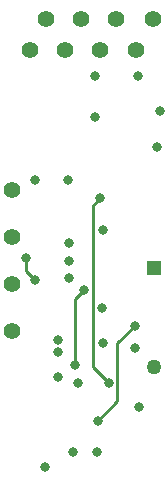
<source format=gbl>
%TF.GenerationSoftware,KiCad,Pcbnew,(6.0.7)*%
%TF.CreationDate,2023-02-07T15:13:14-05:00*%
%TF.ProjectId,DCA_USMR_Sens,4443415f-5553-44d5-925f-53656e732e6b,v1.1*%
%TF.SameCoordinates,Original*%
%TF.FileFunction,Copper,L4,Bot*%
%TF.FilePolarity,Positive*%
%FSLAX46Y46*%
G04 Gerber Fmt 4.6, Leading zero omitted, Abs format (unit mm)*
G04 Created by KiCad (PCBNEW (6.0.7)) date 2023-02-07 15:13:14*
%MOMM*%
%LPD*%
G01*
G04 APERTURE LIST*
%TA.AperFunction,ComponentPad*%
%ADD10C,1.400000*%
%TD*%
%TA.AperFunction,ComponentPad*%
%ADD11C,1.268000*%
%TD*%
%TA.AperFunction,ComponentPad*%
%ADD12R,1.268000X1.268000*%
%TD*%
%TA.AperFunction,ViaPad*%
%ADD13C,0.800000*%
%TD*%
%TA.AperFunction,Conductor*%
%ADD14C,0.250000*%
%TD*%
G04 APERTURE END LIST*
D10*
%TO.P,H1,1,1*%
%TO.N,Net-(U2-Pad7)*%
X220880000Y-142114167D03*
%TD*%
%TO.P,H2,1,1*%
%TO.N,Net-(U3-Pad7)*%
X220880000Y-138134167D03*
%TD*%
%TO.P,H7,1,1*%
%TO.N,+5V*%
X231381112Y-118351389D03*
%TD*%
%TO.P,H9,1,1*%
%TO.N,Net-(U2-Pad4)*%
X222342778Y-118351389D03*
%TD*%
%TO.P,H10,1,1*%
%TO.N,Net-(U2-Pad4)*%
X223696111Y-115741389D03*
%TD*%
%TO.P,H8,1,1*%
%TO.N,+5V*%
X232767778Y-115741389D03*
%TD*%
%TO.P,H3,1,1*%
%TO.N,Net-(U2-Pad6)*%
X220880000Y-134154167D03*
%TD*%
%TO.P,H11,1,1*%
%TO.N,Net-(U5-Pad1)*%
X225355556Y-118351389D03*
%TD*%
%TO.P,H6,1,1*%
%TO.N,GND*%
X229693889Y-115741389D03*
%TD*%
D11*
%TO.P,D1,2,A*%
%TO.N,GND*%
X232910000Y-145192167D03*
D12*
%TO.P,D1,1,K*%
%TO.N,Net-(C9-Pad2)*%
X232910000Y-136839167D03*
%TD*%
D10*
%TO.P,H5,1,1*%
%TO.N,GND*%
X228318334Y-118351389D03*
%TD*%
%TO.P,H4,1,1*%
%TO.N,Net-(U3-Pad6)*%
X220880000Y-130174167D03*
%TD*%
%TO.P,H12,1,1*%
%TO.N,Net-(U5-Pad1)*%
X226720000Y-115741389D03*
%TD*%
D13*
%TO.N,GND*%
X225660000Y-137679167D03*
X227890000Y-120521389D03*
X228050000Y-152349167D03*
X226470000Y-146549167D03*
X231240000Y-143579167D03*
X224730000Y-146029167D03*
X225585000Y-129329167D03*
X223680000Y-153629167D03*
X228440000Y-140229167D03*
X227875000Y-124029167D03*
X225640000Y-136179167D03*
X228570000Y-133559167D03*
X224725000Y-143899167D03*
%TO.N,+5V*%
X233110000Y-126569167D03*
X233380000Y-123519167D03*
X224719655Y-142899679D03*
X225990000Y-152344167D03*
X225720000Y-134684167D03*
X228580000Y-143139167D03*
X231630000Y-148544167D03*
X231500000Y-120551389D03*
X222835000Y-129329167D03*
%TO.N,Net-(U1-Pad3)*%
X231240000Y-141729167D03*
X228130000Y-149714667D03*
%TO.N,Net-(U3-Pad4)*%
X228340000Y-130889167D03*
X229050000Y-146549167D03*
%TO.N,Net-(U2-Pad6)*%
X222017701Y-135971868D03*
X222790000Y-137804167D03*
%TO.N,Net-(U2-Pad4)*%
X226990500Y-138659167D03*
X226190000Y-145029167D03*
%TD*%
D14*
%TO.N,Net-(U1-Pad3)*%
X229780000Y-148064667D02*
X229780000Y-143189167D01*
X228130000Y-149714667D02*
X229780000Y-148064667D01*
X229780000Y-143189167D02*
X231240000Y-141729167D01*
%TO.N,Net-(U3-Pad4)*%
X229050000Y-146549167D02*
X227715000Y-145214167D01*
X227715000Y-131514167D02*
X228340000Y-130889167D01*
X227715000Y-145214167D02*
X227715000Y-131514167D01*
%TO.N,Net-(U2-Pad6)*%
X222017701Y-135971868D02*
X222017701Y-137031868D01*
X222017701Y-137031868D02*
X222790000Y-137804167D01*
%TO.N,Net-(U2-Pad4)*%
X226190000Y-139459667D02*
X226190000Y-145029167D01*
X226990500Y-138659167D02*
X226190000Y-139459667D01*
%TD*%
M02*

</source>
